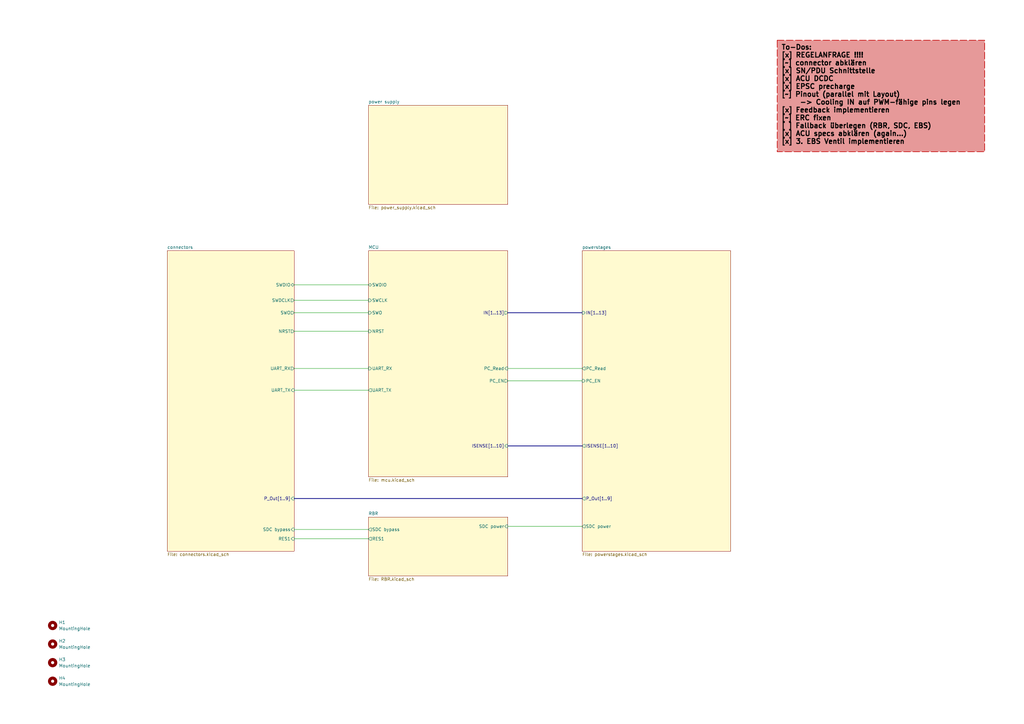
<source format=kicad_sch>
(kicad_sch (version 20231120) (generator "eeschema") (generator_version "8.0")
  (paper "A3")
  (title_block (title "PDU FT25") (date "2024-11-23") (rev "V1.1") (company "Janek Herm") (comment 1 "FaSTTUBe Electronics"))
  (lib_symbols
    (symbol "Mechanical:MountingHole" (pin_names (offset 1.016))
      (property "Reference" "H" (at 0 5.08 0))
      (property "Value" "MountingHole" (at 0 3.175 0))
      (symbol "MountingHole_0_1"
        (circle (center 0 0) (radius 1.27) (stroke (width 1.27)))
      )
    )
  )
  (wire (pts (xy 208.28 215.9) (xy 238.76 215.9)))
  (wire (pts (xy 120.65 160.02) (xy 151.13 160.02)))
  (wire (pts (xy 120.65 220.98) (xy 151.13 220.98)))
  (bus (pts (xy 208.28 128.27) (xy 238.76 128.27)))
  (wire (pts (xy 208.28 156.21) (xy 238.76 156.21)))
  (wire (pts (xy 120.65 135.89) (xy 151.13 135.89)))
  (wire (pts (xy 120.65 116.84) (xy 151.13 116.84)))
  (wire (pts (xy 120.65 123.19) (xy 151.13 123.19)))
  (bus (pts (xy 208.28 182.88) (xy 238.76 182.88)))
  (wire (pts (xy 120.65 151.13) (xy 151.13 151.13)))
  (wire (pts (xy 120.65 128.27) (xy 151.13 128.27)))
  (wire (pts (xy 208.28 151.13) (xy 238.76 151.13)))
  (wire (pts (xy 151.13 217.17) (xy 120.65 217.17)))
  (bus (pts (xy 120.65 204.47) (xy 238.76 204.47)))
  (text_box "To-Dos:\n[x] REGELANFRAGE !!!!\n[~] connector abklären\n[x] SN/PDU Schnittstelle\n[x] ACU DCDC\n[x] EPSC precharge\n[~] Pinout (parallel mit Layout)\n	-> Cooling IN auf PWM-fähige pins legen\n[x] Feedback implementieren\n[~] ERC fixen\n[ ] Fallback überlegen (RBR, SDC, EBS)\n[x] ACU specs abklären (again...)\n[x] 3. EBS Ventil implementieren" (at 318.77 16.51 0) (size 85.09 45.72) (stroke (width 0.25) (type dash) (color 194 0 0 1)) (fill (type color) (color 194 0 0 0.4)) (effects (font (size 2 2) (thickness 0.4) (bold yes)) (justify left top)))
  (symbol (lib_id "Mechanical:MountingHole") (at 21.59 271.78 0) (unit 1)
    (property "Reference" "H3" (at 24.13 270.5099 0) (effects (justify left)))
    (property "Value" "MountingHole" (at 24.13 273.0499 0) (effects (justify left)))
    (property "Footprint" "MountingHole:MountingHole_4.3mm_M4" (effects (hide yes)))
  )
  (symbol (lib_id "Mechanical:MountingHole") (at 21.59 279.4 0) (unit 1)
    (property "Reference" "H4" (at 24.13 278.1299 0) (effects (justify left)))
    (property "Value" "MountingHole" (at 24.13 280.6699 0) (effects (justify left)))
    (property "Footprint" "MountingHole:MountingHole_4.3mm_M4" (effects (hide yes)))
  )
  (symbol (lib_id "Mechanical:MountingHole") (at 21.59 264.16 0) (unit 1)
    (property "Reference" "H2" (at 24.13 262.8899 0) (effects (justify left)))
    (property "Value" "MountingHole" (at 24.13 265.4299 0) (effects (justify left)))
    (property "Footprint" "MountingHole:MountingHole_4.3mm_M4" (effects (hide yes)))
  )
  (symbol (lib_id "Mechanical:MountingHole") (at 21.59 256.54 0) (unit 1)
    (property "Reference" "H1" (at 24.13 255.2699 0) (effects (justify left)))
    (property "Value" "MountingHole" (at 24.13 257.8099 0) (effects (justify left)))
    (property "Footprint" "MountingHole:MountingHole_4.3mm_M4" (effects (hide yes)))
  )
  (sheet (at 151.13 102.87) (size 57.15 92.71) (stroke (width 0.1524)) (fill (color 255 250 208 1.0000))
    (property "Sheetname" "MCU" (at 151.13 102.1584 0) (effects (justify left bottom)))
    (property "Sheetfile" "mcu.kicad_sch" (at 151.13 196.1646 0) (effects (justify left top)))
    (pin "NRST" input (at 151.13 135.89 180))
    (pin "UART_TX" output (at 151.13 160.02 180))
    (pin "UART_RX" input (at 151.13 151.13 180))
    (pin "SWCLK" input (at 151.13 123.19 180))
    (pin "SWDIO" bidirectional (at 151.13 116.84 180))
    (pin "ISENSE[1..10]" input (at 208.28 182.88 0))
    (pin "PC_EN" output (at 208.28 156.21 0))
    (pin "PC_Read" input (at 208.28 151.13 0))
    (pin "IN[1..13]" output (at 208.28 128.27 0))
    (pin "SWO" input (at 151.13 128.27 180))
  )
  (sheet (at 151.13 43.18) (size 57.15 40.64) (stroke (width 0.1524)) (fill (color 255 250 208 1.0000))
    (property "Sheetname" "power supply" (at 151.13 42.4684 0) (effects (justify left bottom)))
    (property "Sheetfile" "power_supply.kicad_sch" (at 151.13 84.4046 0) (effects (justify left top)))
  )
  (sheet (at 238.76 102.87) (size 60.96 123.19) (stroke (width 0.1524)) (fill (color 255 250 208 1.0000))
    (property "Sheetname" "powerstages" (at 238.76 102.1584 0) (effects (justify left bottom)))
    (property "Sheetfile" "powerstages.kicad_sch" (at 238.76 226.6446 0) (effects (justify left top)))
    (pin "ISENSE[1..10]" output (at 238.76 182.88 180))
    (pin "P_Out[1..9]" output (at 238.76 204.47 180))
    (pin "PC_EN" input (at 238.76 156.21 180))
    (pin "SDC power" output (at 238.76 215.9 180))
    (pin "PC_Read" output (at 238.76 151.13 180))
    (pin "IN[1..13]" input (at 238.76 128.27 180))
  )
  (sheet (at 151.13 212.09) (size 57.15 24.13) (stroke (width 0.1524)) (fill (color 255 250 208 1.0000))
    (property "Sheetname" "RBR" (at 151.13 211.3784 0) (effects (justify left bottom)))
    (property "Sheetfile" "RBR.kicad_sch" (at 151.13 236.8046 0) (effects (justify left top)))
    (pin "SDC power" input (at 208.28 215.9 0))
    (pin "SDC bypass" output (at 151.13 217.17 180))
    (pin "RES1" output (at 151.13 220.98 180))
  )
  (sheet (at 68.58 102.87) (size 52.07 123.19) (stroke (width 0.1524)) (fill (color 255 250 208 1.0000))
    (property "Sheetname" "connectors" (at 68.58 102.1584 0) (effects (justify left bottom)))
    (property "Sheetfile" "connectors.kicad_sch" (at 68.58 226.6446 0) (effects (justify left top)))
    (pin "UART_TX" input (at 120.65 160.02 0))
    (pin "UART_RX" output (at 120.65 151.13 0))
    (pin "NRST" output (at 120.65 135.89 0))
    (pin "SWDCLK" output (at 120.65 123.19 0))
    (pin "SWDIO" bidirectional (at 120.65 116.84 0))
    (pin "P_Out[1..9]" input (at 120.65 204.47 0))
    (pin "RES1" input (at 120.65 220.98 0))
    (pin "SDC bypass" input (at 120.65 217.17 0))
    (pin "SWO" output (at 120.65 128.27 0))
  )
)
</source>
